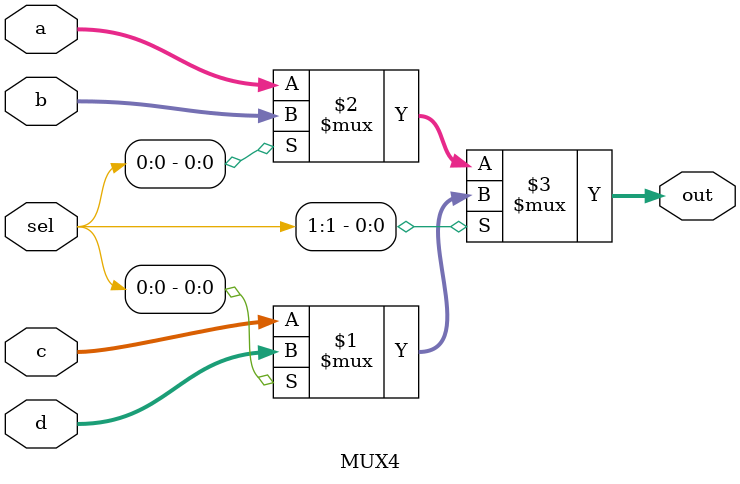
<source format=v>
`timescale 1ns / 1ps


module ALU(
    /* Main module of ALU.v */
    input [15:0] A,
    input [15:0] B,
    input Cin,
    input [3:0] OP,
    output [15:0] C,
    output Cout
    );
    
    // Wire for each operation type.
    wire [15:0] AR, RO, SH, LO;
    // Wire for carry out.
    wire ARC;

    // Arithmetic Operations(OP_ADD, OP_SUB)
    ARITHMETIC ar(
        .A(A),
        .B(B),
        .Cin(Cin),
        .MOD(OP[0:0]),
        .C(AR),
        .Cout(ARC)
    );

    // Rotate operations (OP_RL, OP_RR)
    ROTATE ro(
        .A(A),
        .MOD(OP[0:0]),
        .C(RO)
    );

    // Shift operations (OP_LRS, OP_ARS, OP_LLS, OP_ALS)
    SHIFT sh(
        .A(A),
        .MOD(OP[1:0]),
        .C(SH)
    );

    // Logical operations (OP_ID, OP_NAND, OP_NOR, OP_XNOR, OP_NOT, OP_AND, OP_OR, OP_XOR)
    LOGICAL lo(
        .A(A),
        .B(B),
        .MOD(OP[2:0]),
        .C(LO)
    );

    // assign output port according to OPCODE
    assign C = OP[3:3] ? (OP[2:2] ? (OP[1:1] ? AR : RO) : SH) : LO;
    // assign carry out port according to OPCODE
    assign Cout = OP[3:3] ? (OP[2:2] ? (OP[1:1] ? ARC : 1'b0) : 1'b0) : 1'b0;

endmodule


module ARITHMETIC(
    input signed [15:0] A,
    input signed [15:0] B,
    input Cin,
    input MOD,
    output [15:0] C,
    output Cout
);
    /* Module for arrithmetic operations. (OP_ADD, OP_SUB)
    INPUT:
        A   : (signed wire)     [16]    first operand
        B   : (signed wire)     [16]    second operand
        Cin : (unsigned wire)   [1]     carry in
        MOD : (unsigned wire)   [1]     decoded opcode
            0   : OP_ADD
            1   : OP_SUB
    
    OUTPUT:
        C   : [16]    output
        Cout: [1]     carry out
            - 0 : normal operation
            - 1 : overflow or underflow while sequencial operation
    */

    // Cin bit extend to 16bit signed number
    wire signed [15:0] Cin_W;
    assign Cin_W = {15'b000000000000000, Cin};

    // output of add and sub
    wire [15:0] ADO, SUBO;
    // carry out of add and sub
    wire ADC, SUBC;

    // add operation submodule
    ADDER adder1(
        .A(A),
        .B(B),
        .CI(Cin_W),
        .CO(ADO),
        .CRO(ADC)
    );

    // sub operation submodule
    SUBTER subter(
        .A(A),
        .B(B),
        .CI(Cin_W),
        .CO(SUBO),
        .CRO(SUBC)
    );

    // assign output according to MOD
    assign C = MOD ? SUBO : ADO;
    // assign carry out according to MOD
    assign Cout = MOD ? SUBC : ADC;

endmodule

module ADDER(
    input signed [15:0] A,
    input signed [15:0] B,
    input signed [15:0] CI,
    output [15:0] CO,
    output CRO
);
    /* Module for add. (OP_ADD)
    INPUT:
        A   : (signed wire)     [16]    first operand
        B   : (signed wire)     [16]    second operand
        CI  : (signed wire)     [16]    carry in
    
    OUTPUT:
        CO   : [16]     output
        CRO  : [1]      carry out
            - 0 : normal operation
            - 1 : overflow
    */

    // carry out wire for two operations
    wire cr1, cr2;

    // first add
    wire signed [15:0] TEMP;
    assign TEMP = A + B;

    // second add, and assign output
    assign CO = TEMP + CI;

    // first add's overflow detection
    OVFESTIMATOR ovf1(
        .A(A),
        .B(B),
        .Cout(cr1)
    );
    // second add's overflow detection
    OVFESTIMATOR ovf2(
        .A(TEMP),
        .B(CI),
        .Cout(cr2)
    );
    // assign overflow
    assign CRO = cr1 | cr2;
endmodule

module SUBTER(
    input signed [15:0] A,
    input signed [15:0] B,
    input signed [15:0] CI,
    output [15:0] CO,
    output CRO
);
    /* Module for sub. (OP_SUB)
    INPUT:
        A   : (signed wire)     [16]    first operand
        B   : (signed wire)     [16]    second operand
        CI  : (signed wire)     [16]    carry in
    
    OUTPUT:
        CO   : [16]     output
        CRO  : [1]      carry out
            - 0 : normal operation
            - 1 : underflow
    */

    // carry out wire for two operations
    wire cr1, cr2;

    // first sub
    wire signed [15:0] TEMP;
    assign TEMP = A - B;

    // second sub and assign output
    assign CO = TEMP - CI;
    
    // first sub's underflow detection
    SUBOVFESTIMATOR subovf1(
        .A(A),
        .B(B),
        .Cout(cr1)
    );
    // second sub's underflow detection
    SUBOVFESTIMATOR subovf2(
        .A(TEMP),
        .B(CI),
        .Cout(cr2)
    );
    // assign underflow
    assign CRO = cr1 | cr2;

endmodule

module OVFESTIMATOR(
    input [15:0] A,
    input [15:0] B,
    output Cout
);
    /* Module for overflow check.
    INPUT:
        A   : (unsigned wire)     [16]    first operand
        B   : (unsigned wire)     [16]    second operand
    
    OUTPUT:
        Cout: [1]      carry out
            - 0 : normal operation
            - 1 : overflow
    */
    // 17bit unsigned wire
    wire [16:0] EST;
    assign EST = {1'b0, A} + {1'b0, B};
    // if MSB of EST is 1, overflow!
    assign Cout = EST[16:16];

endmodule

module SUBOVFESTIMATOR(
    input [15:0] A,
    input [15:0] B,
    output Cout
);
    /* Module for underflow check.
    INPUT:
        A   : (unsigned wire)     [16]    first operand
        B   : (unsigned wire)     [16]    second operand
    
    OUTPUT:
        Cout: [1]      carry out
            - 0 : normal operation
            - 1 : underflow
    */
    // 17bit unsigned wire
    wire [16:0] EST;
    // left operand's MSB should be 1
    assign EST = {1'b1, A} - {1'b0, B};
    // if MSB of EST is not 1, underflow!
    assign Cout = ~EST[16:16];

endmodule

module ROTATE(
    input [15:0] A,
    input MOD,
    output [15:0] C
);
    /* Module for rotate operations. (OP_RL, OP_RR)
    INPUT:
        A   : (unsigned wire)     [16]      first operand
        MOD : (unsigned wire)     [1]       decoded opcode
            0     : left rotate    (OP_RL)
            1     : right rotate   (OP_RR)
    OUTPUT:
        C   : [16]      output
    */

    // change LSB to MSB or MSB to LSB
    assign C = MOD ? {A[0:0], A[15:1]} : {A[14:0], A[15:15]};

endmodule

module SHIFT(
    input signed [15:0] A,
    input [1:0] MOD,
    output [15:0] C
);
    /* Module for shift operations. (OP_LRS, OP_ARS, OP_LLS, OP_ALS)
    INPUT:
        A   : (unsigned wire)     [16]      first operand
        MOD : (unsigned wire)     [2]       decoded opcode
            00      : OP_LLS
            01      : OP_ALS
            10      : OP_LRS
            11      : OP_ARS

            - MOD[1:1]      : 0 for left,     1 for right
            - MOD[0:0]      : 0 for unsigned, 1 for signed
    OUTPUT:
        C   : [16]      output
    */

    // logical or arithmetical shift according to MOD
    assign C = MOD[0:0] ? (MOD[1:1] ? A >>> 1 : A <<< 1) : (MOD[1:1] ? A >> 1 : A << 1 );

endmodule

module LOGICAL(
    input [15:0] A,
    input [15:0] B,
    input [2:0] MOD,
    output [15:0] C 
);
    /* Module for shift operations. (OP_LRS, OP_ARS, OP_LLS, OP_ALS)
    INPUT:
        A   : (unsigned wire)     [16]      first operand
        B   : (unsigned wire)     [16]      second operand
        MOD : (unsigned wire)     [3]       decoded opcode
            000      : OP_AND
            001      : OP_OR
            010      : OP_ID
            011      : OP_XOR
            100      : OP_NAND
            101      : OP_NOR
            110      : OP_NOT
            111      : OP_XNOR

            - MOD[2:2]      : 0 for normal output,     1 for negated output
            - MOD[1:0]      : 
                            00      : AND
                            01      : OR
                            10      : IDENT
                            11      : XOR
    OUTPUT:
        C   : [16]      output
    */

    // Do each operations
    wire [15:0] AND;
    wire [15:0] OR;
    wire [15:0] IDENT;
    wire [15:0] XOR;
    assign AND = A & B;
    assign OR = A | B;
    assign IDENT = A;
    assign XOR = A ^ B;

    // wire to solve bit size mismatching problem when negating
    wire [15:0] MID;

    // mux submodule to coose operations
    MUX4 mx4(
        .a(AND),
        .b(OR),
        .c(IDENT),
        .d(XOR),
        .sel(MOD[1:0]),
        .out(MID)
    );

    // decide negate the value or not according to MOD[2:2] and assign to output
    assign C = MOD[2:2] ? MID^16'b1111111111111111 : MID^'b0000000000000000;

endmodule

module MUX4 ( 
    input [15:0] a,    
    input [15:0] b,    
    input [15:0] c,    
    input [15:0] d,    
    input [1:0] sel,  
    output [15:0] out
);
    /* 4 to 1 MUX
    INPUT:
        A   : (unsigned wire)   [16]    option
        B   : (unsigned wire)   [16]    option
        C   : (unsigned wire)   [16]    option
        D   : (unsigned wire)   [16]    option
        sel : (unsigned wire)   [2]     select
    
    OUTPUT:
        out : [16]    output chosen
    */

    // 4:1 MUX
    assign out = sel[1] ? (sel[0] ? d : c) : (sel[0] ? b : a); 
 
endmodule
</source>
